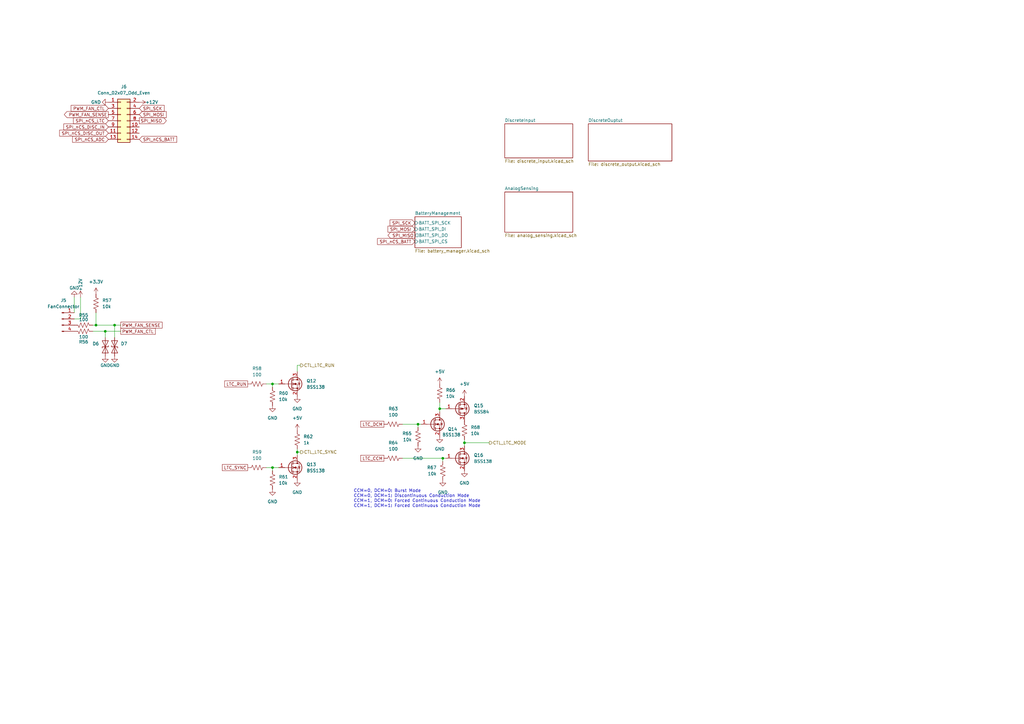
<source format=kicad_sch>
(kicad_sch (version 20231120) (generator "eeschema") (generator_version "8.0")
  (paper "A3")
  (lib_symbols
    (symbol "Connector:Conn_01x04_Pin" (pin_names (offset 1.016) hide)
      (property "Reference" "J" (at 0 5.08 0))
      (property "Value" "Conn_01x04_Pin" (at 0 -7.62 0))
      (symbol "Conn_01x04_Pin_1_1"
        (polyline (pts (xy 1.27 -5.08) (xy 0.8636 -5.08)) (stroke (width 0.1524)))
        (polyline (pts (xy 1.27 -2.54) (xy 0.8636 -2.54)) (stroke (width 0.1524)))
        (polyline (pts (xy 1.27 0) (xy 0.8636 0)) (stroke (width 0.1524)))
        (polyline (pts (xy 1.27 2.54) (xy 0.8636 2.54)) (stroke (width 0.1524)))
        (rectangle (start 0.8636 -4.953) (end 0 -5.207) (stroke (width 0.1524)) (fill (type outline)))
        (rectangle (start 0.8636 -2.413) (end 0 -2.667) (stroke (width 0.1524)) (fill (type outline)))
        (rectangle (start 0.8636 0.127) (end 0 -0.127) (stroke (width 0.1524)) (fill (type outline)))
        (rectangle (start 0.8636 2.667) (end 0 2.413) (stroke (width 0.1524)) (fill (type outline)))
        (pin passive line (at 5.08 2.54 180) (length 3.81) (name "Pin_1") (number "1"))
        (pin passive line (at 5.08 0 180) (length 3.81) (name "Pin_2") (number "2"))
        (pin passive line (at 5.08 -2.54 180) (length 3.81) (name "Pin_3") (number "3"))
        (pin passive line (at 5.08 -5.08 180) (length 3.81) (name "Pin_4") (number "4"))
      )
    )
    (symbol "Connector_Generic:Conn_02x07_Odd_Even" (pin_names (offset 1.016) hide)
      (property "Reference" "J" (at 1.27 10.16 0))
      (property "Value" "Conn_02x07_Odd_Even" (at 1.27 -10.16 0))
      (symbol "Conn_02x07_Odd_Even_1_1"
        (rectangle (start -1.27 -7.493) (end 0 -7.747) (stroke (width 0.1524)))
        (rectangle (start -1.27 -4.953) (end 0 -5.207) (stroke (width 0.1524)))
        (rectangle (start -1.27 -2.413) (end 0 -2.667) (stroke (width 0.1524)))
        (rectangle (start -1.27 0.127) (end 0 -0.127) (stroke (width 0.1524)))
        (rectangle (start -1.27 2.667) (end 0 2.413) (stroke (width 0.1524)))
        (rectangle (start -1.27 5.207) (end 0 4.953) (stroke (width 0.1524)))
        (rectangle (start -1.27 7.747) (end 0 7.493) (stroke (width 0.1524)))
        (rectangle (start -1.27 8.89) (end 3.81 -8.89) (stroke (width 0.254)) (fill (type background)))
        (rectangle (start 3.81 -7.493) (end 2.54 -7.747) (stroke (width 0.1524)))
        (rectangle (start 3.81 -4.953) (end 2.54 -5.207) (stroke (width 0.1524)))
        (rectangle (start 3.81 -2.413) (end 2.54 -2.667) (stroke (width 0.1524)))
        (rectangle (start 3.81 0.127) (end 2.54 -0.127) (stroke (width 0.1524)))
        (rectangle (start 3.81 2.667) (end 2.54 2.413) (stroke (width 0.1524)))
        (rectangle (start 3.81 5.207) (end 2.54 4.953) (stroke (width 0.1524)))
        (rectangle (start 3.81 7.747) (end 2.54 7.493) (stroke (width 0.1524)))
        (pin passive line (at -5.08 7.62 0) (length 3.81) (name "Pin_1") (number "1"))
        (pin passive line (at 7.62 -2.54 180) (length 3.81) (name "Pin_10") (number "10"))
        (pin passive line (at -5.08 -5.08 0) (length 3.81) (name "Pin_11") (number "11"))
        (pin passive line (at 7.62 -5.08 180) (length 3.81) (name "Pin_12") (number "12"))
        (pin passive line (at -5.08 -7.62 0) (length 3.81) (name "Pin_13") (number "13"))
        (pin passive line (at 7.62 -7.62 180) (length 3.81) (name "Pin_14") (number "14"))
        (pin passive line (at 7.62 7.62 180) (length 3.81) (name "Pin_2") (number "2"))
        (pin passive line (at -5.08 5.08 0) (length 3.81) (name "Pin_3") (number "3"))
        (pin passive line (at 7.62 5.08 180) (length 3.81) (name "Pin_4") (number "4"))
        (pin passive line (at -5.08 2.54 0) (length 3.81) (name "Pin_5") (number "5"))
        (pin passive line (at 7.62 2.54 180) (length 3.81) (name "Pin_6") (number "6"))
        (pin passive line (at -5.08 0 0) (length 3.81) (name "Pin_7") (number "7"))
        (pin passive line (at 7.62 0 180) (length 3.81) (name "Pin_8") (number "8"))
        (pin passive line (at -5.08 -2.54 0) (length 3.81) (name "Pin_9") (number "9"))
      )
    )
    (symbol "Device:R_US" (pin_numbers hide) (pin_names (offset 0))
      (property "Reference" "R" (at 2.54 0 90))
      (property "Value" "R_US" (at -2.54 0 90))
      (symbol "R_US_0_1"
        (polyline (pts (xy 0 -2.286) (xy 0 -2.54)))
        (polyline (pts (xy 0 2.286) (xy 0 2.54)))
        (polyline (pts (xy 0 -0.762) (xy 1.016 -1.143) (xy 0 -1.524) (xy -1.016 -1.905) (xy 0 -2.286)))
        (polyline (pts (xy 0 0.762) (xy 1.016 0.381) (xy 0 0) (xy -1.016 -0.381) (xy 0 -0.762)))
        (polyline (pts (xy 0 2.286) (xy 1.016 1.905) (xy 0 1.524) (xy -1.016 1.143) (xy 0 0.762)))
      )
      (symbol "R_US_1_1"
        (pin passive line (at 0 3.81 270) (length 1.27) (name "~") (number "1"))
        (pin passive line (at 0 -3.81 90) (length 1.27) (name "~") (number "2"))
      )
    )
    (symbol "Diode:ESD9B3.3ST5G" (pin_numbers hide) (pin_names (offset 1.016) hide)
      (property "Reference" "D" (at 0 2.54 0))
      (property "Value" "ESD9B3.3ST5G" (at 0 -2.54 0))
      (symbol "ESD9B3.3ST5G_0_1"
        (polyline (pts (xy 1.27 0) (xy -1.27 0)))
        (polyline (pts (xy -2.54 -1.27) (xy 0 0) (xy -2.54 1.27) (xy -2.54 -1.27)) (stroke (width 0.2032)))
        (polyline (pts (xy 0.508 1.27) (xy 0 1.27) (xy 0 -1.27) (xy -0.508 -1.27)) (stroke (width 0.2032)))
        (polyline (pts (xy 2.54 1.27) (xy 2.54 -1.27) (xy 0 0) (xy 2.54 1.27)) (stroke (width 0.2032)))
      )
      (symbol "ESD9B3.3ST5G_1_1"
        (pin passive line (at -3.81 0 0) (length 2.54) (name "A1") (number "1"))
        (pin passive line (at 3.81 0 180) (length 2.54) (name "A2") (number "2"))
      )
    )
    (symbol "Transistor_FET:BSS138" (pin_names hide)
      (property "Reference" "Q" (at 5.08 1.905 0))
      (property "Value" "BSS138" (at 5.08 0 0))
      (symbol "BSS138_0_1"
        (polyline (pts (xy 0.254 0) (xy -2.54 0)))
        (polyline (pts (xy 0.254 1.905) (xy 0.254 -1.905)) (stroke (width 0.254)))
        (polyline (pts (xy 0.762 -1.27) (xy 0.762 -2.286)) (stroke (width 0.254)))
        (polyline (pts (xy 0.762 0.508) (xy 0.762 -0.508)) (stroke (width 0.254)))
        (polyline (pts (xy 0.762 2.286) (xy 0.762 1.27)) (stroke (width 0.254)))
        (polyline (pts (xy 2.54 2.54) (xy 2.54 1.778)))
        (polyline (pts (xy 2.54 -2.54) (xy 2.54 0) (xy 0.762 0)))
        (polyline (pts (xy 0.762 -1.778) (xy 3.302 -1.778) (xy 3.302 1.778) (xy 0.762 1.778)))
        (polyline (pts (xy 1.016 0) (xy 2.032 0.381) (xy 2.032 -0.381) (xy 1.016 0)) (fill (type outline)))
        (polyline (pts (xy 2.794 0.508) (xy 2.921 0.381) (xy 3.683 0.381) (xy 3.81 0.254)))
        (polyline (pts (xy 3.302 0.381) (xy 2.921 -0.254) (xy 3.683 -0.254) (xy 3.302 0.381)))
        (circle (center 1.651 0) (radius 2.794) (stroke (width 0.254)))
        (circle (center 2.54 -1.778) (radius 0.254) (fill (type outline)))
        (circle (center 2.54 1.778) (radius 0.254) (fill (type outline)))
      )
      (symbol "BSS138_1_1"
        (pin input line (at -5.08 0 0) (length 2.54) (name "G") (number "1"))
        (pin passive line (at 2.54 -5.08 90) (length 2.54) (name "S") (number "2"))
        (pin passive line (at 2.54 5.08 270) (length 2.54) (name "D") (number "3"))
      )
    )
    (symbol "Transistor_FET:BSS84" (pin_names hide)
      (property "Reference" "Q" (at 5.08 1.905 0))
      (property "Value" "BSS84" (at 5.08 0 0))
      (symbol "BSS84_0_1"
        (polyline (pts (xy 0.254 0) (xy -2.54 0)))
        (polyline (pts (xy 0.254 1.905) (xy 0.254 -1.905)) (stroke (width 0.254)))
        (polyline (pts (xy 0.762 -1.27) (xy 0.762 -2.286)) (stroke (width 0.254)))
        (polyline (pts (xy 0.762 0.508) (xy 0.762 -0.508)) (stroke (width 0.254)))
        (polyline (pts (xy 0.762 2.286) (xy 0.762 1.27)) (stroke (width 0.254)))
        (polyline (pts (xy 2.54 2.54) (xy 2.54 1.778)))
        (polyline (pts (xy 2.54 -2.54) (xy 2.54 0) (xy 0.762 0)))
        (polyline (pts (xy 0.762 1.778) (xy 3.302 1.778) (xy 3.302 -1.778) (xy 0.762 -1.778)))
        (polyline (pts (xy 2.286 0) (xy 1.27 0.381) (xy 1.27 -0.381) (xy 2.286 0)) (fill (type outline)))
        (polyline (pts (xy 2.794 -0.508) (xy 2.921 -0.381) (xy 3.683 -0.381) (xy 3.81 -0.254)))
        (polyline (pts (xy 3.302 -0.381) (xy 2.921 0.254) (xy 3.683 0.254) (xy 3.302 -0.381)))
        (circle (center 1.651 0) (radius 2.794) (stroke (width 0.254)))
        (circle (center 2.54 -1.778) (radius 0.254) (fill (type outline)))
        (circle (center 2.54 1.778) (radius 0.254) (fill (type outline)))
      )
      (symbol "BSS84_1_1"
        (pin input line (at -5.08 0 0) (length 2.54) (name "G") (number "1"))
        (pin passive line (at 2.54 -5.08 90) (length 2.54) (name "S") (number "2"))
        (pin passive line (at 2.54 5.08 270) (length 2.54) (name "D") (number "3"))
      )
    )
    (symbol "power:+12P" (power) (pin_names (offset 0))
      (property "Value" "+12P" (at 0 3.556 0))
      (symbol "+12P_0_1"
        (polyline (pts (xy -0.762 1.27) (xy 0 2.54)))
        (polyline (pts (xy 0 0) (xy 0 2.54)))
        (polyline (pts (xy 0 2.54) (xy 0.762 1.27)))
      )
      (symbol "+12P_1_1"
        (pin power_in line (at 0 0 90) (length 0) hide (name "+12P") (number "1"))
      )
    )
    (symbol "power:+3.3VP" (power) (pin_names (offset 0))
      (property "Value" "+3.3VP" (at 0 2.54 0))
      (symbol "+3.3VP_0_0"
        (pin power_in line (at 0 0 90) (length 0) hide (name "+3.3VP") (number "1"))
      )
      (symbol "+3.3VP_0_1"
        (polyline (pts (xy -0.762 1.27) (xy 0 2.54)))
        (polyline (pts (xy 0 0) (xy 0 2.54)))
        (polyline (pts (xy 0 2.54) (xy 0.762 1.27)))
      )
    )
    (symbol "power:+5V" (power) (pin_names (offset 0))
      (property "Value" "+5V" (at 0 3.556 0))
      (symbol "+5V_0_1"
        (polyline (pts (xy -0.762 1.27) (xy 0 2.54)))
        (polyline (pts (xy 0 0) (xy 0 2.54)))
        (polyline (pts (xy 0 2.54) (xy 0.762 1.27)))
      )
      (symbol "+5V_1_1"
        (pin power_in line (at 0 0 90) (length 0) hide (name "+5V") (number "1"))
      )
    )
    (symbol "power:GND" (power) (pin_names (offset 0))
      (property "Value" "GND" (at 0 -3.81 0))
      (symbol "GND_0_1"
        (polyline (pts (xy 0 0) (xy 0 -1.27) (xy 1.27 -1.27) (xy 0 -2.54) (xy -1.27 -1.27) (xy 0 -1.27)))
      )
      (symbol "GND_1_1"
        (pin power_in line (at 0 0 270) (length 0) hide (name "GND") (number "1"))
      )
    )
  )
  (junction (at 171.45 173.99))
  (junction (at 43.18 135.89))
  (junction (at 46.99 133.35))
  (junction (at 181.61 187.96))
  (junction (at 39.37 133.35))
  (junction (at 190.5 181.61))
  (junction (at 121.92 185.42))
  (junction (at 111.76 191.77))
  (junction (at 180.34 167.64))
  (junction (at 111.76 157.48))
  (wire (pts (xy 39.37 133.35) (xy 46.99 133.35)))
  (wire (pts (xy 165.1 187.96) (xy 181.61 187.96)))
  (wire (pts (xy 121.92 149.86) (xy 121.92 152.4)))
  (wire (pts (xy 121.92 185.42) (xy 121.92 186.69)))
  (wire (pts (xy 109.22 191.77) (xy 111.76 191.77)))
  (wire (pts (xy 121.92 149.86) (xy 123.19 149.86)))
  (wire (pts (xy 111.76 191.77) (xy 111.76 193.04)))
  (wire (pts (xy 181.61 187.96) (xy 182.88 187.96)))
  (wire (pts (xy 111.76 157.48) (xy 111.76 158.75)))
  (wire (pts (xy 180.34 165.1) (xy 180.34 167.64)))
  (wire (pts (xy 39.37 128.27) (xy 39.37 133.35)))
  (wire (pts (xy 200.66 181.61) (xy 190.5 181.61)))
  (wire (pts (xy 43.18 135.89) (xy 43.18 138.43)))
  (wire (pts (xy 30.48 121.92) (xy 30.48 128.27)))
  (wire (pts (xy 190.5 181.61) (xy 190.5 182.88)))
  (wire (pts (xy 181.61 187.96) (xy 181.61 189.23)))
  (wire (pts (xy 38.1 133.35) (xy 39.37 133.35)))
  (wire (pts (xy 121.92 184.15) (xy 121.92 185.42)))
  (wire (pts (xy 180.34 167.64) (xy 180.34 168.91)))
  (wire (pts (xy 111.76 191.77) (xy 114.3 191.77)))
  (wire (pts (xy 190.5 180.34) (xy 190.5 181.61)))
  (wire (pts (xy 109.22 157.48) (xy 111.76 157.48)))
  (wire (pts (xy 111.76 157.48) (xy 114.3 157.48)))
  (wire (pts (xy 165.1 173.99) (xy 171.45 173.99)))
  (wire (pts (xy 30.48 130.81) (xy 33.02 130.81)))
  (wire (pts (xy 43.18 135.89) (xy 49.53 135.89)))
  (wire (pts (xy 46.99 133.35) (xy 49.53 133.35)))
  (wire (pts (xy 180.34 167.64) (xy 182.88 167.64)))
  (wire (pts (xy 171.45 173.99) (xy 172.72 173.99)))
  (wire (pts (xy 171.45 173.99) (xy 171.45 175.26)))
  (wire (pts (xy 46.99 138.43) (xy 46.99 133.35)))
  (wire (pts (xy 121.92 185.42) (xy 123.19 185.42)))
  (wire (pts (xy 33.02 130.81) (xy 33.02 121.92)))
  (wire (pts (xy 38.1 135.89) (xy 43.18 135.89)))
  (text "CCM=0, DCM=0: Burst Mode\nCCM=0, DCM=1: Discontinuous Conduction Mode\nCCM=1, DCM=0: Forced Continuous Conduction Mode\nCCM=1, DCM=1: Forced Continuous Conduction Mode" (at 145.034 204.47 0) (effects (font (size 1.27 1.27)) (justify left)))
  (global_label "PWM_FAN_CTL" (shape input) (at 44.45 44.45 180) (property "Intersheetrefs" "${INTERSHEET_REFS}" (effects (hide yes))))
  (global_label "LTC_SYNC" (shape passive) (at 101.6 191.77 180) (property "Intersheetrefs" "${INTERSHEET_REFS}" (effects (hide yes))))
  (global_label "SPI_SCK" (shape input) (at 57.15 44.45 0) (property "Intersheetrefs" "${INTERSHEET_REFS}" (effects (hide yes))))
  (global_label "SPI_nCS_BATT" (shape input) (at 57.15 57.15 0) (property "Intersheetrefs" "${INTERSHEET_REFS}" (effects (hide yes))))
  (global_label "SPI_MOSI" (shape input) (at 170.18 93.98 180) (property "Intersheetrefs" "${INTERSHEET_REFS}" (effects (hide yes))))
  (global_label "LTC_CCM" (shape passive) (at 157.48 187.96 180) (property "Intersheetrefs" "${INTERSHEET_REFS}" (effects (hide yes))))
  (global_label "LTC_DCM" (shape passive) (at 157.48 173.99 180) (property "Intersheetrefs" "${INTERSHEET_REFS}" (effects (hide yes))))
  (global_label "SPI_nCS_ADC" (shape input) (at 44.45 57.15 180) (property "Intersheetrefs" "${INTERSHEET_REFS}" (effects (hide yes))))
  (global_label "SPI_nCS_DISC_IN" (shape input) (at 44.45 52.07 180) (property "Intersheetrefs" "${INTERSHEET_REFS}" (effects (hide yes))))
  (global_label "SPI_SCK" (shape input) (at 170.18 91.44 180) (property "Intersheetrefs" "${INTERSHEET_REFS}" (effects (hide yes))))
  (global_label "SPI_nCS_DISC_OUT" (shape input) (at 44.45 54.61 180) (property "Intersheetrefs" "${INTERSHEET_REFS}" (effects (hide yes))))
  (global_label "PWM_FAN_CTL" (shape passive) (at 49.53 135.89 0) (property "Intersheetrefs" "${INTERSHEET_REFS}" (effects (hide yes))))
  (global_label "SPI_nCS_LTC" (shape input) (at 44.45 49.53 180) (property "Intersheetrefs" "${INTERSHEET_REFS}" (effects (hide yes))))
  (global_label "LTC_RUN" (shape passive) (at 101.6 157.48 180) (property "Intersheetrefs" "${INTERSHEET_REFS}" (effects (hide yes))))
  (global_label "PWM_FAN_SENSE" (shape passive) (at 49.53 133.35 0) (property "Intersheetrefs" "${INTERSHEET_REFS}" (effects (hide yes))))
  (global_label "SPI_MOSI" (shape input) (at 57.15 46.99 0) (property "Intersheetrefs" "${INTERSHEET_REFS}" (effects (hide yes))))
  (global_label "SPI_nCS_BATT" (shape input) (at 170.18 99.06 180) (property "Intersheetrefs" "${INTERSHEET_REFS}" (effects (hide yes))))
  (global_label "SPI_MISO" (shape output) (at 170.18 96.52 180) (property "Intersheetrefs" "${INTERSHEET_REFS}" (effects (hide yes))))
  (global_label "SPI_MISO" (shape output) (at 57.15 49.53 0) (property "Intersheetrefs" "${INTERSHEET_REFS}" (effects (hide yes))))
  (global_label "PWM_FAN_SENSE" (shape output) (at 44.45 46.99 180) (property "Intersheetrefs" "${INTERSHEET_REFS}" (effects (hide yes))))
  (hierarchical_label "CTL_LTC_SYNC" (shape output) (at 123.19 185.42 0))
  (hierarchical_label "CTL_LTC_RUN" (shape output) (at 123.19 149.86 0))
  (hierarchical_label "CTL_LTC_MODE" (shape output) (at 200.66 181.61 0))
  (symbol (lib_id "Transistor_FET:BSS138") (at 119.38 157.48 0) (unit 1)
    (property "Reference" "Q12" (at 125.73 156.2099 0) (effects (justify left)))
    (property "Value" "BSS138" (at 125.73 158.7499 0) (effects (justify left)))
    (property "Footprint" "Package_TO_SOT_SMD:SOT-23" (effects (hide yes)))
    (property "Datasheet" "https://www.onsemi.com/pub/Collateral/BSS138-D.PDF" (effects (hide yes)))
    (property "Description" "50V Vds, 0.22A Id, N-Channel MOSFET, SOT-23" (effects (hide yes)))
    (property "Digikey" "5272-BSS138CT-ND" (effects (hide yes)))
    (property "LCSC" "C5224260" (effects (hide yes)))
  )
  (symbol (lib_id "Device:R_US") (at 111.76 162.56 180) (unit 1)
    (property "Reference" "R60" (at 114.3 161.2899 0) (effects (justify right)))
    (property "Value" "10k" (at 114.3 163.8299 0) (effects (justify right)))
    (property "Footprint" "Resistor_SMD:R_0603_1608Metric" (effects (hide yes)))
    (property "Description" "Resistor, US symbol" (effects (hide yes)))
    (property "LCSC" "C25804" (effects (hide yes)))
    (property "Digikey" "N/A" (effects (hide yes)))
  )
  (symbol (lib_id "Device:R_US") (at 161.29 187.96 270) (unit 1)
    (property "Reference" "R64" (at 161.29 181.61 90))
    (property "Value" "100" (at 161.29 184.15 90))
    (property "Footprint" "Resistor_SMD:R_0603_1608Metric" (effects (hide yes)))
    (property "Description" "Resistor, US symbol" (effects (hide yes)))
    (property "Digikey" "N/A" (effects (hide yes)))
    (property "LCSC" "C22775" (effects (hide yes)))
  )
  (symbol (lib_id "power:GND") (at 121.92 162.56 0) (unit 1)
    (property "Reference" "#PWR0139" (effects (hide yes)))
    (property "Value" "GND" (at 121.92 167.64 0))
    (property "Description" "Power symbol creates a global label with name \"GND\" , ground" (effects (hide yes)))
  )
  (symbol (lib_id "power:GND") (at 180.34 179.07 0) (unit 1)
    (property "Reference" "#PWR0144" (effects (hide yes)))
    (property "Value" "GND" (at 180.34 184.15 0))
    (property "Description" "Power symbol creates a global label with name \"GND\" , ground" (effects (hide yes)))
  )
  (symbol (lib_id "Transistor_FET:BSS138") (at 119.38 191.77 0) (unit 1)
    (property "Reference" "Q13" (at 125.73 190.4999 0) (effects (justify left)))
    (property "Value" "BSS138" (at 125.73 193.0399 0) (effects (justify left)))
    (property "Footprint" "Package_TO_SOT_SMD:SOT-23" (effects (hide yes)))
    (property "Datasheet" "https://www.onsemi.com/pub/Collateral/BSS138-D.PDF" (effects (hide yes)))
    (property "Description" "50V Vds, 0.22A Id, N-Channel MOSFET, SOT-23" (effects (hide yes)))
    (property "Digikey" "5272-BSS138CT-ND" (effects (hide yes)))
    (property "LCSC" "C5224260" (effects (hide yes)))
  )
  (symbol (lib_id "Device:R_US") (at 111.76 196.85 180) (unit 1)
    (property "Reference" "R61" (at 114.3 195.5799 0) (effects (justify right)))
    (property "Value" "10k" (at 114.3 198.1199 0) (effects (justify right)))
    (property "Footprint" "Resistor_SMD:R_0603_1608Metric" (effects (hide yes)))
    (property "Description" "Resistor, US symbol" (effects (hide yes)))
    (property "LCSC" "C25804" (effects (hide yes)))
    (property "Digikey" "N/A" (effects (hide yes)))
  )
  (symbol (lib_id "power:GND") (at 171.45 182.88 0) (unit 1)
    (property "Reference" "#PWR0142" (effects (hide yes)))
    (property "Value" "GND" (at 171.45 187.96 0))
    (property "Description" "Power symbol creates a global label with name \"GND\" , ground" (effects (hide yes)))
  )
  (symbol (lib_id "Device:R_US") (at 34.29 135.89 90) (mirror x) (unit 1)
    (property "Reference" "R56" (at 34.29 140.208 90))
    (property "Value" "100" (at 34.29 138.176 90))
    (property "Footprint" "Resistor_SMD:R_0603_1608Metric" (effects (hide yes)))
    (property "Description" "Resistor, US symbol" (effects (hide yes)))
    (property "Digikey" "N/A" (effects (hide yes)))
    (property "LCSC" "C22775" (effects (hide yes)))
  )
  (symbol (lib_id "Transistor_FET:BSS138") (at 187.96 187.96 0) (unit 1)
    (property "Reference" "Q16" (at 194.31 186.6899 0) (effects (justify left)))
    (property "Value" "BSS138" (at 194.31 189.2299 0) (effects (justify left)))
    (property "Footprint" "Package_TO_SOT_SMD:SOT-23" (effects (hide yes)))
    (property "Datasheet" "https://www.onsemi.com/pub/Collateral/BSS138-D.PDF" (effects (hide yes)))
    (property "Description" "50V Vds, 0.22A Id, N-Channel MOSFET, SOT-23" (effects (hide yes)))
    (property "Digikey" "5272-BSS138CT-ND" (effects (hide yes)))
    (property "LCSC" "C5224260" (effects (hide yes)))
  )
  (symbol (lib_id "Connector_Generic:Conn_02x07_Odd_Even") (at 49.53 49.53 0) (unit 1)
    (property "Reference" "J6" (at 50.8 35.56 0))
    (property "Value" "Conn_02x07_Odd_Even" (at 50.8 38.1 0))
    (property "Description" "Generic connector, double row, 02x07, odd/even pin numbering scheme (row 1 odd numbers, row 2 even numbers), script generated (kicad-library-utils/schlib/autogen/connector/)" (effects (hide yes)))
  )
  (symbol (lib_id "Diode:ESD9B3.3ST5G") (at 43.18 142.24 270) (mirror x) (unit 1)
    (property "Reference" "D6" (at 40.64 140.9699 90) (effects (justify right)))
    (property "Value" "ESD9B3.3ST5G" (effects (hide yes)))
    (property "Footprint" "Diode_SMD:D_SOD-923" (effects (hide yes)))
    (property "Datasheet" "https://www.onsemi.com/pub/Collateral/ESD9B-D.PDF" (effects (hide yes)))
    (property "Description" "ESD protection diode, 3.3Vrwm, SOD-923" (effects (hide yes)))
    (property "LCSC" "C96512" (effects (hide yes)))
  )
  (symbol (lib_id "Device:R_US") (at 121.92 180.34 180) (unit 1)
    (property "Reference" "R62" (at 124.46 179.0699 0) (effects (justify right)))
    (property "Value" "1k" (at 124.46 181.6099 0) (effects (justify right)))
    (property "Footprint" "Resistor_SMD:R_0603_1608Metric" (effects (hide yes)))
    (property "Description" "Resistor, US symbol" (effects (hide yes)))
    (property "LCSC" "C21190" (effects (hide yes)))
    (property "Digikey" "N/A" (effects (hide yes)))
  )
  (symbol (lib_id "Device:R_US") (at 190.5 176.53 0) (unit 1)
    (property "Reference" "R68" (at 193.04 175.2599 0) (effects (justify left)))
    (property "Value" "10k" (at 193.04 177.7999 0) (effects (justify left)))
    (property "Footprint" "Resistor_SMD:R_0603_1608Metric" (effects (hide yes)))
    (property "Description" "Resistor, US symbol" (effects (hide yes)))
    (property "LCSC" "C25804" (effects (hide yes)))
    (property "Digikey" "N/A" (effects (hide yes)))
  )
  (symbol (lib_id "Transistor_FET:BSS138") (at 177.8 173.99 0) (unit 1)
    (property "Reference" "Q14" (at 183.642 176.022 0) (effects (justify left)))
    (property "Value" "BSS138" (at 181.356 178.308 0) (effects (justify left)))
    (property "Footprint" "Package_TO_SOT_SMD:SOT-23" (effects (hide yes)))
    (property "Datasheet" "https://www.onsemi.com/pub/Collateral/BSS138-D.PDF" (effects (hide yes)))
    (property "Description" "50V Vds, 0.22A Id, N-Channel MOSFET, SOT-23" (effects (hide yes)))
    (property "Digikey" "5272-BSS138CT-ND" (effects (hide yes)))
    (property "LCSC" "C5224260" (effects (hide yes)))
  )
  (symbol (lib_id "power:GND") (at 43.18 146.05 0) (mirror y) (unit 1)
    (property "Reference" "#PWR0133" (effects (hide yes)))
    (property "Value" "GND" (at 43.18 149.86 0))
    (property "Description" "Power symbol creates a global label with name \"GND\" , ground" (effects (hide yes)))
  )
  (symbol (lib_id "Transistor_FET:BSS84") (at 187.96 167.64 0) (mirror x) (unit 1)
    (property "Reference" "Q15" (at 194.31 166.3699 0) (effects (justify left)))
    (property "Value" "BSS84" (at 194.31 168.9099 0) (effects (justify left)))
    (property "Footprint" "Package_TO_SOT_SMD:SOT-23" (effects (hide yes)))
    (property "Datasheet" "http://assets.nexperia.com/documents/data-sheet/BSS84.pdf" (effects (hide yes)))
    (property "Description" "-0.13A Id, -50V Vds, P-Channel MOSFET, SOT-23" (effects (hide yes)))
    (property "Digikey" "5272-BSS84CT-ND" (effects (hide yes)))
    (property "LCSC" "C2926187" (effects (hide yes)))
  )
  (symbol (lib_id "power:GND") (at 44.45 41.91 270) (mirror x) (unit 1)
    (property "Reference" "#PWR0134" (effects (hide yes)))
    (property "Value" "GND" (at 39.37 41.91 90))
    (property "Description" "Power symbol creates a global label with name \"GND\" , ground" (effects (hide yes)))
  )
  (symbol (lib_id "power:GND") (at 190.5 193.04 0) (unit 1)
    (property "Reference" "#PWR0147" (effects (hide yes)))
    (property "Value" "GND" (at 190.5 198.12 0))
    (property "Description" "Power symbol creates a global label with name \"GND\" , ground" (effects (hide yes)))
  )
  (symbol (lib_id "Device:R_US") (at 180.34 161.29 180) (unit 1)
    (property "Reference" "R66" (at 182.88 160.0199 0) (effects (justify right)))
    (property "Value" "10k" (at 182.88 162.5599 0) (effects (justify right)))
    (property "Footprint" "Resistor_SMD:R_0603_1608Metric" (effects (hide yes)))
    (property "Description" "Resistor, US symbol" (effects (hide yes)))
    (property "LCSC" "C25804" (effects (hide yes)))
    (property "Digikey" "N/A" (effects (hide yes)))
  )
  (symbol (lib_id "power:GND") (at 181.61 196.85 0) (unit 1)
    (property "Reference" "#PWR0145" (effects (hide yes)))
    (property "Value" "GND" (at 181.61 201.93 0))
    (property "Description" "Power symbol creates a global label with name \"GND\" , ground" (effects (hide yes)))
  )
  (symbol (lib_id "Connector:Conn_01x04_Pin") (at 25.4 130.81 0) (unit 1)
    (property "Reference" "J5" (at 26.035 123.19 0))
    (property "Value" "FanConnector" (at 26.035 125.73 0))
    (property "Footprint" "Connector_Molex:Molex_KK-254_AE-6410-04A_1x04_P2.54mm_Vertical" (effects (hide yes)))
    (property "Description" "Generic connector, single row, 01x04, script generated" (effects (hide yes)))
    (property "Digikey" "WM4330-ND" (effects (hide yes)))
    (property "Notes" "https://allpinouts.org/pinouts/connectors/motherboards/motherboard-cpu-4-pin-fan/" (effects (hide yes)))
    (property "LCSC" "N/A" (effects (hide yes)))
  )
  (symbol (lib_id "power:+12P") (at 57.15 41.91 270) (unit 1)
    (property "Reference" "#PWR0136" (effects (hide yes)))
    (property "Value" "+12V" (at 62.23 41.91 90))
    (property "Description" "Power symbol creates a global label with name \"+12P\"" (effects (hide yes)))
  )
  (symbol (lib_id "Device:R_US") (at 161.29 173.99 270) (unit 1)
    (property "Reference" "R63" (at 161.29 167.64 90))
    (property "Value" "100" (at 161.29 170.18 90))
    (property "Footprint" "Resistor_SMD:R_0603_1608Metric" (effects (hide yes)))
    (property "Description" "Resistor, US symbol" (effects (hide yes)))
    (property "Digikey" "N/A" (effects (hide yes)))
    (property "LCSC" "C22775" (effects (hide yes)))
  )
  (symbol (lib_id "Device:R_US") (at 39.37 124.46 180) (unit 1)
    (property "Reference" "R57" (at 41.91 123.1899 0) (effects (justify right)))
    (property "Value" "10k" (at 41.91 125.7299 0) (effects (justify right)))
    (property "Footprint" "Resistor_SMD:R_0603_1608Metric" (effects (hide yes)))
    (property "Description" "Resistor, US symbol" (effects (hide yes)))
    (property "LCSC" "C25804" (effects (hide yes)))
    (property "Digikey" "N/A" (effects (hide yes)))
  )
  (symbol (lib_id "power:+3.3VP") (at 39.37 120.65 0) (unit 1)
    (property "Reference" "#PWR0132" (effects (hide yes)))
    (property "Value" "+3.3V" (at 39.37 115.57 0))
    (property "Description" "Power symbol creates a global label with name \"+3.3VP\"" (effects (hide yes)))
  )
  (symbol (lib_id "power:+5V") (at 180.34 157.48 0) (unit 1)
    (property "Reference" "#PWR0143" (effects (hide yes)))
    (property "Value" "+5V" (at 180.34 152.4 0))
    (property "Description" "Power symbol creates a global label with name \"+5V\"" (effects (hide yes)))
  )
  (symbol (lib_id "Device:R_US") (at 105.41 157.48 270) (unit 1)
    (property "Reference" "R58" (at 105.41 151.13 90))
    (property "Value" "100" (at 105.41 153.67 90))
    (property "Footprint" "Resistor_SMD:R_0603_1608Metric" (effects (hide yes)))
    (property "Description" "Resistor, US symbol" (effects (hide yes)))
    (property "Digikey" "N/A" (effects (hide yes)))
    (property "LCSC" "C22775" (effects (hide yes)))
  )
  (symbol (lib_id "power:GND") (at 111.76 166.37 0) (unit 1)
    (property "Reference" "#PWR0137" (effects (hide yes)))
    (property "Value" "GND" (at 111.76 171.45 0))
    (property "Description" "Power symbol creates a global label with name \"GND\" , ground" (effects (hide yes)))
  )
  (symbol (lib_id "power:+5V") (at 121.92 176.53 0) (unit 1)
    (property "Reference" "#PWR0140" (effects (hide yes)))
    (property "Value" "+5V" (at 121.92 171.45 0))
    (property "Description" "Power symbol creates a global label with name \"+5V\"" (effects (hide yes)))
  )
  (symbol (lib_id "power:+5V") (at 190.5 162.56 0) (unit 1)
    (property "Reference" "#PWR0146" (effects (hide yes)))
    (property "Value" "+5V" (at 190.5 157.48 0))
    (property "Description" "Power symbol creates a global label with name \"+5V\"" (effects (hide yes)))
  )
  (symbol (lib_id "power:GND") (at 121.92 196.85 0) (unit 1)
    (property "Reference" "#PWR0141" (effects (hide yes)))
    (property "Value" "GND" (at 121.92 201.93 0))
    (property "Description" "Power symbol creates a global label with name \"GND\" , ground" (effects (hide yes)))
  )
  (symbol (lib_id "power:GND") (at 30.48 121.92 180) (unit 1)
    (property "Reference" "#PWR0130" (effects (hide yes)))
    (property "Value" "GND" (at 30.48 118.11 0))
    (property "Description" "Power symbol creates a global label with name \"GND\" , ground" (effects (hide yes)))
  )
  (symbol (lib_id "Device:R_US") (at 34.29 133.35 270) (mirror x) (unit 1)
    (property "Reference" "R55" (at 34.29 129.286 90))
    (property "Value" "100" (at 34.29 131.064 90))
    (property "Footprint" "Resistor_SMD:R_0603_1608Metric" (effects (hide yes)))
    (property "Description" "Resistor, US symbol" (effects (hide yes)))
    (property "Digikey" "N/A" (effects (hide yes)))
    (property "LCSC" "C22775" (effects (hide yes)))
  )
  (symbol (lib_id "Device:R_US") (at 105.41 191.77 270) (unit 1)
    (property "Reference" "R59" (at 105.41 185.42 90))
    (property "Value" "100" (at 105.41 187.96 90))
    (property "Footprint" "Resistor_SMD:R_0603_1608Metric" (effects (hide yes)))
    (property "Description" "Resistor, US symbol" (effects (hide yes)))
    (property "Digikey" "N/A" (effects (hide yes)))
    (property "LCSC" "C22775" (effects (hide yes)))
  )
  (symbol (lib_id "power:+12P") (at 33.02 121.92 0) (unit 1)
    (property "Reference" "#PWR0131" (effects (hide yes)))
    (property "Value" "+12V" (at 33.02 116.84 90))
    (property "Description" "Power symbol creates a global label with name \"+12P\"" (effects (hide yes)))
  )
  (symbol (lib_id "power:GND") (at 46.99 146.05 0) (mirror y) (unit 1)
    (property "Reference" "#PWR0135" (effects (hide yes)))
    (property "Value" "GND" (at 46.99 149.86 0))
    (property "Description" "Power symbol creates a global label with name \"GND\" , ground" (effects (hide yes)))
  )
  (symbol (lib_id "Device:R_US") (at 171.45 179.07 0) (mirror x) (unit 1)
    (property "Reference" "R65" (at 168.91 177.7999 0) (effects (justify right)))
    (property "Value" "10k" (at 168.91 180.3399 0) (effects (justify right)))
    (property "Footprint" "Resistor_SMD:R_0603_1608Metric" (effects (hide yes)))
    (property "Description" "Resistor, US symbol" (effects (hide yes)))
    (property "LCSC" "C25804" (effects (hide yes)))
    (property "Digikey" "N/A" (effects (hide yes)))
  )
  (symbol (lib_id "power:GND") (at 111.76 200.66 0) (unit 1)
    (property "Reference" "#PWR0138" (effects (hide yes)))
    (property "Value" "GND" (at 111.76 205.74 0))
    (property "Description" "Power symbol creates a global label with name \"GND\" , ground" (effects (hide yes)))
  )
  (symbol (lib_id "Device:R_US") (at 181.61 193.04 0) (mirror x) (unit 1)
    (property "Reference" "R67" (at 179.07 191.7699 0) (effects (justify right)))
    (property "Value" "10k" (at 179.07 194.3099 0) (effects (justify right)))
    (property "Footprint" "Resistor_SMD:R_0603_1608Metric" (effects (hide yes)))
    (property "Description" "Resistor, US symbol" (effects (hide yes)))
    (property "LCSC" "C25804" (effects (hide yes)))
    (property "Digikey" "N/A" (effects (hide yes)))
  )
  (symbol (lib_id "Diode:ESD9B3.3ST5G") (at 46.99 142.24 90) (unit 1)
    (property "Reference" "D7" (at 49.53 140.9699 90) (effects (justify right)))
    (property "Value" "ESD9B3.3ST5G" (effects (hide yes)))
    (property "Footprint" "Diode_SMD:D_SOD-923" (effects (hide yes)))
    (property "Datasheet" "https://www.onsemi.com/pub/Collateral/ESD9B-D.PDF" (effects (hide yes)))
    (property "Description" "ESD protection diode, 3.3Vrwm, SOD-923" (effects (hide yes)))
    (property "LCSC" "C96512" (effects (hide yes)))
  )
  (sheet (at 170.18 88.9) (size 19.05 12.7) (stroke (width 0.1524))
    (property "Sheetname" "BatteryManagement" (at 170.18 88.1884 0) (effects (justify left bottom)))
    (property "Sheetfile" "battery_manager.kicad_sch" (at 170.18 102.1846 0) (effects (justify left top)))
    (pin "BATT_SPI_DO" output (at 170.18 96.52 180))
    (pin "BATT_SPI_DI" input (at 170.18 93.98 180))
    (pin "BATT_SPI_SCK" input (at 170.18 91.44 180))
    (pin "BATT_SPI_CS" input (at 170.18 99.06 180))
  )
  (sheet (at 207.01 50.8) (size 27.94 13.97) (stroke (width 0.1524))
    (property "Sheetname" "DiscreteInput" (at 207.01 50.0884 0) (effects (justify left bottom)))
    (property "Sheetfile" "discrete_input.kicad_sch" (at 207.01 65.3546 0) (effects (justify left top)))
  )
  (sheet (at 207.01 78.74) (size 27.94 16.51) (stroke (width 0.1524))
    (property "Sheetname" "AnalogSensing" (at 207.01 78.0284 0) (effects (justify left bottom)))
    (property "Sheetfile" "analog_sensing.kicad_sch" (at 207.01 95.8346 0) (effects (justify left top)))
  )
  (sheet (at 241.3 50.8) (size 34.29 15.24) (stroke (width 0.1524))
    (property "Sheetname" "DiscreteOuptut" (at 241.3 50.0884 0) (effects (justify left bottom)))
    (property "Sheetfile" "discrete_output.kicad_sch" (at 241.3 66.6246 0) (effects (justify left top)))
  )
)
</source>
